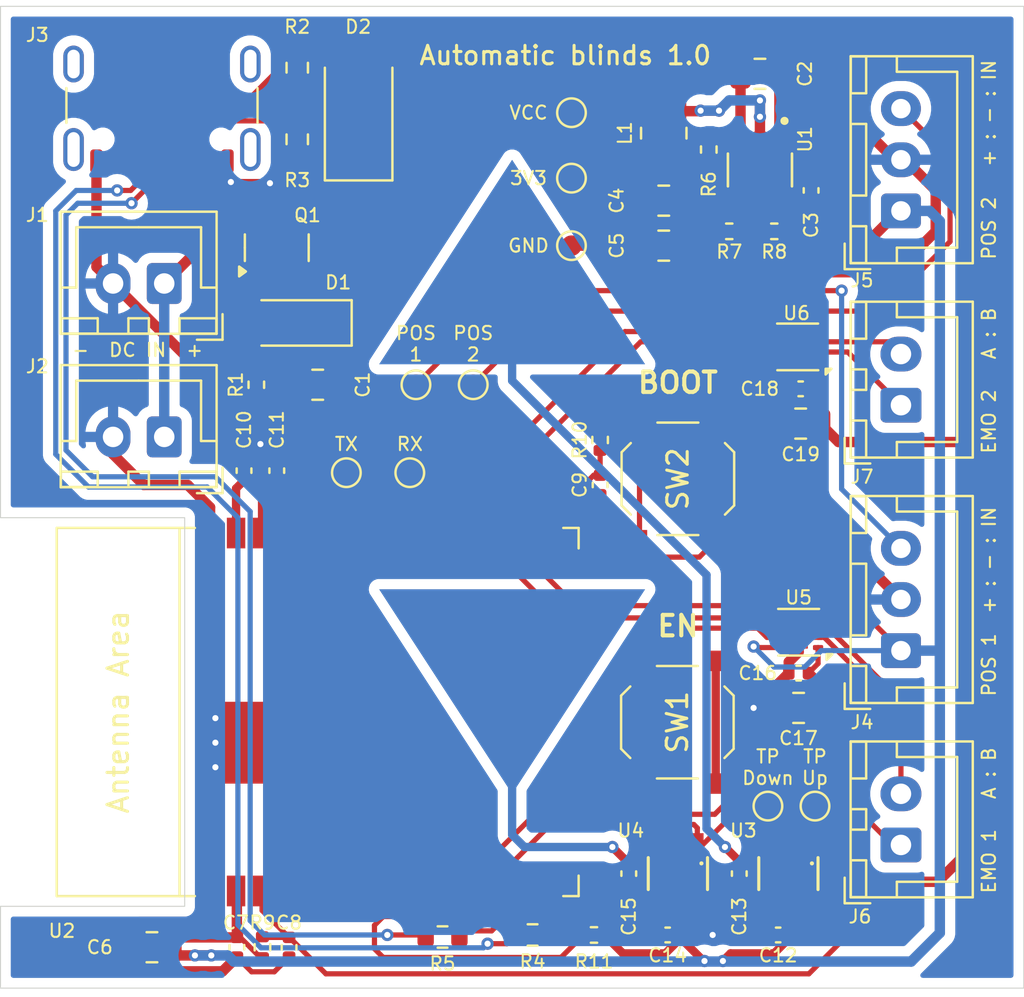
<source format=kicad_pcb>
(kicad_pcb (version 20240108) (generator "pcbnew") (generator_version "8.0")
  (layers (0 "F.Cu" signal) (31 "B.Cu" signal) (34 "B.Paste" user) (35 "F.Paste" user) (36 "B.SilkS" user "B.Silkscreen") (37 "F.SilkS" user "F.Silkscreen") (38 "B.Mask" user) (39 "F.Mask" user) (44 "Edge.Cuts" user))
  (net 0 "")
  (net 1 "GND")
  (net 2 "VCC")
  (net 3 "Net-(U1-VBST)")
  (net 4 "Net-(U1-SW)")
  (net 5 "+3V3")
  (net 6 "EN")
  (net 7 "AD2")
  (net 8 "AD3")
  (net 9 "Net-(U3-I)")
  (net 10 "Net-(U4-I)")
  (net 11 "Net-(D1-A)")
  (net 12 "Net-(D2-A)")
  (net 13 "Net-(J1-Pin_1)")
  (net 16 "Net-(J3-D--PadA7)")
  (net 18 "Net-(J3-CC2)")
  (net 19 "Net-(J3-D+-PadA6)")
  (net 22 "Net-(J3-CC1)")
  (net 24 "Net-(J6-Pin_1)")
  (net 25 "Net-(J6-Pin_2)")
  (net 26 "Net-(J7-Pin_2)")
  (net 27 "Net-(J7-Pin_1)")
  (net 28 "USB D+")
  (net 29 "USB D-")
  (net 30 "Net-(U1-EN)")
  (net 31 "Net-(U1-VFB)")
  (net 32 "Net-(U2-GPIO8)")
  (net 33 "BOOT")
  (net 34 "TX")
  (net 35 "RX")
  (net 36 "IO10")
  (net 39 "IO21")
  (net 40 "IO18")
  (net 41 "IO19")
  (net 45 "IO20")
  (net 48 "IO11")
  (footprint "Connector_USB:USB_C_Receptacle_GCT_USB4105-xx-A_16P_TopMnt_Horizontal" (layer "F.Cu") (at 132.89 93.895 180)
    (property "Reference" "J3")
    (property "Value" "USB_C_small" (hide yes))
  )
  (footprint "Resistor_SMD:R_0402_1005Metric" (layer "F.Cu") (at 160.61 101)
    (property "Reference" "R7")
    (property "Value" "33k")
  )
  (footprint "Capacitor_SMD:C_0402_1005Metric" (layer "F.Cu") (at 157.6 135.4 180)
    (property "Reference" "C14")
    (property "Value" "100nF")
  )
  (footprint "Package_TO_SOT_SMD:SOT-23" (layer "F.Cu") (at 138.5 101.8 90)
    (property "Reference" "Q1")
    (property "Value" "AO3401A" (hide yes))
  )
  (footprint "TestPoint:TestPoint_Pad_D1.0mm" (layer "F.Cu") (at 145 112.8)
    (property "Reference" "TP7" (hide yes))
    (property "Value" "RX")
  )
  (footprint "Connector_JST:JST_XH_B2B-XH-A_1x02_P2.50mm_Vertical" (layer "F.Cu") (at 169 131 90)
    (property "Reference" "J6")
    (property "Value" "Motor 1")
  )
  (footprint "Capacitor_SMD:C_0402_1005Metric" (layer "F.Cu") (at 155.7 132.4 90)
    (property "Reference" "C15")
    (property "Value" "33pF")
  )
  (footprint "Resistor_SMD:R_0603_1608Metric" (layer "F.Cu") (at 139.5 93 -90)
    (property "Reference" "R2")
    (property "Value" "5k1")
  )
  (footprint "ESP32-C6_Covers:SOT23-6" (layer "F.Cu") (at 158.1 132.4 180)
    (property "Reference" "U4")
    (property "Value" "TTP223-BA6")
  )
  (footprint "Capacitor_SMD:C_0402_1005Metric" (layer "F.Cu") (at 154.3 113.4 -90)
    (property "Reference" "C9")
    (property "Value" "100nF")
  )
  (footprint "Inductor_SMD:L_1008_2520Metric" (layer "F.Cu") (at 157.41 96.2 -90)
    (property "Reference" "L1")
    (property "Value" "3.3uH")
  )
  (footprint "Connector_JST:JST_XH_B2B-XH-A_1x02_P2.50mm_Vertical" (layer "F.Cu") (at 133 111.05 180)
    (property "Reference" "J2")
    (property "Value" "DC OUT" (hide yes))
  )
  (footprint "Resistor_SMD:R_0402_1005Metric" (layer "F.Cu") (at 137.5 108.5 -90)
    (property "Reference" "R1")
    (property "Value" "100k" (hide yes))
  )
  (footprint "Button_Switch_SMD:SW_Push_1P1T_XKB_TS-1187A" (layer "F.Cu") (at 158.1 113.1 -90)
    (property "Reference" "SW2")
    (property "Value" "Boot")
  )
  (footprint "Capacitor_SMD:C_0805_2012Metric" (layer "F.Cu") (at 162.11 93.3)
    (property "Reference" "C2")
    (property "Value" "22uF")
  )
  (footprint "Resistor_SMD:R_0603_1608Metric" (layer "F.Cu") (at 151 135.4 180)
    (property "Reference" "R4")
    (property "Value" "22R")
  )
  (footprint "Resistor_SMD:R_0402_1005Metric" (layer "F.Cu") (at 137.8 136 90)
    (property "Reference" "R9")
    (property "Value" "100k")
  )
  (footprint "Capacitor_SMD:C_0805_2012Metric" (layer "F.Cu") (at 132.4 136 180)
    (property "Reference" "C6")
    (property "Value" "10uF")
  )
  (footprint "Capacitor_SMD:C_0402_1005Metric" (layer "F.Cu") (at 164 122.6 180)
    (property "Reference" "C16")
    (property "Value" "100nF")
  )
  (footprint "TestPoint:TestPoint_Pad_D1.0mm" (layer "F.Cu") (at 145.3 108.5)
    (property "Reference" "TP8" (hide yes))
    (property "Value" "Pot 1")
  )
  (footprint "TestPoint:TestPoint_Pad_D1.0mm" (layer "F.Cu") (at 141.9 112.8)
    (property "Reference" "TP6" (hide yes))
    (property "Value" "TX")
  )
  (footprint "Capacitor_SMD:C_0402_1005Metric" (layer "F.Cu") (at 136.55 136 -90)
    (property "Reference" "C7")
    (property "Value" "100nF")
  )
  (footprint "Diode_SMD:D_MiniMELF" (layer "F.Cu") (at 139.5 105.4775 180)
    (property "Reference" "D1")
    (property "Value" "ZMM5V6-M")
  )
  (footprint "TestPoint:TestPoint_Pad_D1.0mm" (layer "F.Cu") (at 152.9 98.4)
    (property "Reference" "TP4" (hide yes))
    (property "Value" "3V3")
  )
  (footprint "TestPoint:TestPoint_Pad_D1.0mm" (layer "F.Cu") (at 148.1 108.5)
    (property "Reference" "TP9" (hide yes))
    (property "Value" "Pot 2")
  )
  (footprint "ESP32-C6_Covers:TI_TPS562209" (layer "F.Cu") (at 162.11 98 -90)
    (property "Reference" "U1")
    (property "Value" "TPS562209")
  )
  (footprint "Resistor_SMD:R_0402_1005Metric" (layer "F.Cu") (at 154.3 111.2 -90)
    (property "Reference" "R10")
    (property "Value" "100k")
  )
  (footprint "Capacitor_SMD:C_0402_1005Metric" (layer "F.Cu") (at 164.61 99 90)
    (property "Reference" "C3")
    (property "Value" "100nF")
  )
  (footprint "Capacitor_SMD:C_0402_1005Metric" (layer "F.Cu") (at 139.1 136 -90)
    (property "Reference" "C8")
    (property "Value" "100nF")
  )
  (footprint "Resistor_SMD:R_0402_1005Metric" (layer "F.Cu") (at 154 135.4)
    (property "Reference" "R11")
    (property "Value" "100k")
  )
  (footprint "Capacitor_SMD:C_0402_1005Metric" (layer "F.Cu") (at 138.5 112.7 -90)
    (property "Reference" "C11")
    (property "Value" "100nF")
  )
  (footprint "Diode_SMD:D_SMA" (layer "F.Cu") (at 142.5 95 90)
    (property "Reference" "D2")
    (property "Value" "SS34")
  )
  (footprint "Connector_JST:JST_XH_B2B-XH-A_1x02_P2.50mm_Vertical" (layer "F.Cu") (at 133 103.55 180)
    (property "Reference" "J1")
    (property "Value" "DC IN" (hide yes))
  )
  (footprint "TestPoint:TestPoint_Pad_D1.0mm" (layer "F.Cu") (at 152.9 95.2)
    (property "Reference" "TP3" (hide yes))
    (property "Value" "VCC")
  )
  (footprint "Capacitor_SMD:C_0402_1005Metric" (layer "F.Cu") (at 136.9 112.7 -90)
    (property "Reference" "C10")
    (property "Value" "100nF")
  )
  (footprint "ESP32-C6_Covers:SOT23-6" (layer "F.Cu") (at 163.5 132.4 180)
    (property "Reference" "U3")
    (property "Value" "TTP223-BA6")
  )
  (footprint "Connector_JST:JST_XH_B3B-XH-A_1x03_P2.50mm_Vertical" (layer "F.Cu") (at 169 121.5 90)
    (property "Reference" "J4")
    (property "Value" "Pot 1")
  )
  (footprint "Connector_JST:JST_XH_B3B-XH-A_1x03_P2.50mm_Vertical" (layer "F.Cu") (at 169 100 90)
    (property "Reference" "J5")
    (property "Value" "Pot 2")
  )
  (footprint "Button_Switch_SMD:SW_Push_1P1T_XKB_TS-1187A" (layer "F.Cu") (at 158.075 125 90)
    (property "Reference" "SW1")
    (property "Value" "Reset")
  )
  (footprint "PCM_Espressif:ESP32-C6-WROOM-1" (layer "F.Cu") (at 143.5 124.5 90)
    (property "Reference" "U2")
    (property "Value" "ESP32-C6-WROOM-1")
  )
  (footprint "Connector_JST:JST_XH_B2B-XH-A_1x02_P2.50mm_Vertical" (layer "F.Cu") (at 169 109.5 90)
    (property "Reference" "J7")
    (property "Value" "Motor 2")
  )
  (footprint "Capacitor_SMD:C_0805_2012Metric" (layer "F.Cu") (at 164.1 110.4)
    (property "Reference" "C19")
    (property "Value" "22uF")
  )
  (footprint "Capacitor_SMD:C_0805_2012Metric" (layer "F.Cu") (at 157.41 101.7 180)
    (property "Reference" "C5")
    (property "Value" "22uF")
  )
  (footprint "TestPoint:TestPoint_Pad_D1.0mm" (layer "F.Cu") (at 162.5 129.1)
    (property "Reference" "TP11" (hide yes))
    (property "Value" "Touch 2")
  )
  (footprint "Resistor_SMD:R_0603_1608Metric" (layer "F.Cu") (at 146.6 135.5 180)
    (property "Reference" "R5")
    (property "Value" "22R")
  )
  (footprint "TestPoint:TestPoint_Pad_D1.0mm" (layer "F.Cu") (at 152.9 101.7)
    (property "Reference" "TP5" (hide yes))
    (property "Value" "GND")
  )
  (footprint "Resistor_SMD:R_0402_1005Metric" (layer "F.Cu") (at 162.81 101)
    (property "Reference" "R8")
    (property "Value" "10k")
  )
  (footprint "Package_SON:WSON-8-1EP_2x2mm_P0.5mm_EP0.9x1.6mm" (layer "F.Cu") (at 164 120.6 180)
    (property "Reference" "U5")
    (property "Value" "DRV8220")
  )
  (footprint "Capacitor_SMD:C_0805_2012Metric" (layer "F.Cu") (at 164 124.3)
    (property "Reference" "C17")
    (property "Value" "22uF")
  )
  (footprint "TestPoint:TestPoint_Pad_D1.0mm" (layer "F.Cu") (at 164.8 129.1)
    (property "Reference" "TP10" (hide yes))
    (property "Value" "Touch 1")
  )
  (footprint "Capacitor_SMD:C_0402_1005Metric" (layer "F.Cu") (at 164.1 108.7 180)
    (property "Reference" "C18")
    (property "Value" "100nF")
  )
  (footprint "Capacitor_SMD:C_0805_2012Metric" (layer "F.Cu") (at 157.41 99.5 180)
    (property "Reference" "C4")
    (property "Value" "22uF")
  )
  (footprint "Capacitor_SMD:C_0805_2012Metric" (layer "F.Cu") (at 140.5 108.5 180)
    (property "Reference" "C1")
    (property "Value" "22uF")
  )
  (footprint "Resistor_SMD:R_0603_1608Metric" (layer "F.Cu") (at 139.5 96.5 -90)
    (property "Reference" "R3")
    (property "Value" "5k1")
  )
  (footprint "Capacitor_SMD:C_0402_1005Metric" (layer "F.Cu") (at 161.1 132.4 90)
    (property "Reference" "C13")
    (property "Value" "33pF")
  )
  (footprint "Capacitor_SMD:C_0402_1005Metric" (layer "F.Cu") (at 163 135.4 180)
    (property "Reference" "C12")
    (property "Value" "100nF")
  )
  (footprint "Package_SON:WSON-8-1EP_2x2mm_P0.5mm_EP0.9x1.6mm" (layer "F.Cu") (at 163.95 106.65 180)
    (property "Reference" "U6")
    (property "Value" "DRV8220")
  )
  (footprint "Resistor_SMD:R_0402_1005Metric" (layer "F.Cu") (at 159.61 97 -90)
    (property "Reference" "R6")
    (property "Value" "100k")
  )
  (footprint "ESP32-C6_Covers:Touch_pad_arrow" (layer "B.Cu") (at 150 128.5)
    (property "Reference" "TP2" (hide yes))
    (property "Value" "Touch 2")
  )
  (footprint "ESP32-C6_Covers:Touch_pad_arrow" (layer "B.Cu") (at 150 97.5 180)
    (property "Reference" "TP1" (hide yes))
    (property "Value" "Touch 1")
  )
  (gr_poly (pts (xy 125 138) (xy 175 138) (xy 175 90) (xy 125 90) (xy 125 115) (xy 134 115) (xy 134 134) (xy 125 134)) (stroke (width 0.05)) (fill none) (layer "Edge.Cuts"))
  (gr_text "TP\nUp" (at 164.8 127.2 0) (layer "F.SilkS") (effects (font (size 0.65 0.65) (thickness 0.1))))
  (gr_text "POS 1  + : - : IN" (at 173.3 119.1 90) (layer "F.SilkS") (effects (font (size 0.65 0.65) (thickness 0.1))))
  (gr_text "BOOT" (at 158.1 108.4 0) (layer "F.SilkS") (effects (font (size 1 1) (thickness 0.2) (bold yes))))
  (gr_text "TX" (at 141.9 111.4 0) (layer "F.SilkS") (effects (font (size 0.65 0.65) (thickness 0.1))))
  (gr_text "Automatic blinds 1.0" (at 152.6 92.4 0) (layer "F.SilkS") (effects (font (size 0.9 0.9))))
  (gr_text "TP\nDown" (at 162.5 127.2 0) (layer "F.SilkS") (effects (font (size 0.65 0.65) (thickness 0.1))))
  (gr_text "EMO 1   A : B" (at 173.3 129.8 90) (layer "F.SilkS") (effects (font (size 0.65 0.65) (thickness 0.1))))
  (gr_text "EMO 2   A : B" (at 173.3 108.3 90) (layer "F.SilkS") (effects (font (size 0.65 0.65) (thickness 0.1))))
  (gr_text "POS\n2" (at 148.1 106.5 0) (layer "F.SilkS") (effects (font (size 0.65 0.65) (thickness 0.1))))
  (gr_text "VCC" (at 150.8 95.2 0) (layer "F.SilkS") (effects (font (size 0.65 0.65) (thickness 0.1))))
  (gr_text "POS\n1" (at 145.3 106.5 0) (layer "F.SilkS") (effects (font (size 0.65 0.65) (thickness 0.1))))
  (gr_text "-  DC IN  +" (at 131.7 106.8 0) (layer "F.SilkS") (effects (font (size 0.65 0.65) (thickness 0.1))))
  (gr_text "POS 2   + : - : IN" (at 173.3 97.5 90) (layer "F.SilkS") (effects (font (size 0.65 0.65) (thickness 0.1))))
  (gr_text "3V3" (at 150.8 98.4 0) (layer "F.SilkS") (effects (font (size 0.65 0.65) (thickness 0.1))))
  (gr_text "EN" (at 158.1 120.3 0) (layer "F.SilkS") (effects (font (size 1 1) (thickness 0.2) (bold yes))))
  (gr_text "RX" (at 145 111.4 0) (layer "F.SilkS") (effects (font (size 0.65 0.65) (thickness 0.1))))
  (gr_text "GND" (at 150.8 101.7 0) (layer "F.SilkS") (effects (font (size 0.65 0.65) (thickness 0.1))))
  (segment (start 163.32 101) (end 164.51 101) (width 0.254) (layer "F.Cu") (net 1))
  (segment (start 163.15 110.4) (end 163.15 113.15) (width 0.508) (layer "F.Cu") (net 1))
  (segment (start 129.69 102.74) (end 130.5 103.55) (width 0.508) (layer "F.Cu") (net 1))
  (segment (start 134.148 113.4) (end 132 113.4) (width 0.508) (layer "F.Cu") (net 1))
  (segment (start 158.1 131.5) (end 158.1 130.996) (width 0.4064) (layer "F.Cu") (net 1))
  (segment (start 163.7 106.9) (end 163.95 107.15) (width 0.254) (layer "F.Cu") (net 1))
  (segment (start 135.96 109.01) (end 137.5 109.01) (width 0.508) (layer "F.Cu") (net 1))
  (segment (start 159.8 135.4) (end 159.05 134.65) (width 0.4064) (layer "F.Cu") (net 1))
  (segment (start 135.24 134.508) (end 134.994 134.754) (width 0.508) (layer "F.Cu") (net 1))
  (segment (start 129.69 97.575) (end 129.69 102.74) (width 0.508) (layer "F.Cu") (net 1))
  (segment (start 157.12 135.4) (end 157.12 133.834) (width 0.4064) (layer "F.Cu") (net 1))
  (segment (start 136.55 136.48) (end 135.851 137.179) (width 0.508) (layer "F.Cu") (net 1))
  (segment (start 159.05 132.85) (end 158.1 131.9) (width 0.4064) (layer "F.Cu") (net 1))
  (segment (start 156.46 101.7) (end 156.46 101.86) (width 0.508) (layer "F.Cu") (net 1))
  (segment (start 163.05 120.85) (end 163.75 120.85) (width 0.254) (layer "F.Cu") (net 1))
  (segment (start 135.851 137.179) (end 131.779 137.179) (width 0.508) (layer "F.Cu") (net 1))
  (segment (start 163.52 122.05) (end 164 121.57) (width 0.508) (layer "F.Cu") (net 1))
  (segment (start 163.52 122.6) (end 163.52 122.05) (width 0.508) (layer "F.Cu") (net 1))
  (segment (start 159.8 135.4) (end 162.52 135.4) (width 0.4064) (layer "F.Cu") (net 1))
  (segment (start 138.38 137.2) (end 137.27 137.2) (width 0.254) (layer "F.Cu") (net 1))
  (segment (start 163.62 108.7) (end 163.62 107.98) (width 0.508) (layer "F.Cu") (net 1))
  (segment (start 163.62 107.98) (end 163.95 107.65) (width 0.508) (layer "F.Cu") (net 1))
  (segment (start 158.1 131.9) (end 158.1 131.5) (width 0.4064) (layer "F.Cu") (net 1))
  (segment (start 140.4 96.425) (end 139.5 97.325) (width 0.254) (layer "F.Cu") (net 1))
  (segment (start 137.5 109.01) (end 139.04 109.01) (width 0.508) (layer "F.Cu") (net 1))
  (segment (start 135.24 127.46) (end 135.24 133.25) (width 0.508) (layer "F.Cu") (net 1))
  (segment (start 137.27 137.2) (end 136.55 136.48) (width 0.254) (layer "F.Cu") (net 1))
  (segment (start 165.31 100.2) (end 165.31 97.7) (width 0.254) (layer "F.Cu") (net 1))
  (segment (start 164 119.1) (end 164 120.1) (width 0.254) (layer "F.Cu") (net 1))
  (segment (start 138.166 98.646) (end 138.179 98.646) (width 0.508) (layer "F.Cu") (net 1))
  (segment (start 164.45 132.85) (end 163.5 131.9) (width 0.4064) (layer "F.Cu") (net 1))
  (segment (start 162.55 133.804) (end 162.55 132.85) (width 0.4064) (layer "F.Cu") (net 1))
  (segment (start 165.31 97.7) (end 164.41 96.8) (width 0.254) (layer "F.Cu") (net 1))
  (segment (start 136.9 112.22) (end 136.9 112.2) (width 0.4064) (layer "F.Cu") (net 1))
  (segment (start 163.95 107.65) (end 163.95 107.15) (width 0.508) (layer "F.Cu") (net 1))
  (segment (start 156.624 133.804) (end 155.7 132.88) (width 0.4064) (layer "F.Cu") (net 1))
  (segment (start 136.256159 98.589841) (end 136.09 98.423682) (width 0.508) (layer "F.Cu") (net 1))
  (segment (start 139.5 93.825) (end 140.4 94.725) (width 0.254) (layer "F.Cu") (net 1))
  (segment (start 163.05 124.3) (end 163.05 123.07) (width 0.508) (layer "F.Cu") (net 1))
  (segment (start 139.04 109.01) (end 139.55 108.5) (width 0.508) (layer "F.Cu") (net 1))
  (segment (start 155.523 116.927) (end 159.148 116.927) (width 0.254) (layer "F.Cu") (net 1))
  (segment (start 135.24 125.06) (end 135.5 124.8) (width 0.508) (layer "F.Cu") (net 1))
  (segment (start 163.05 123.07) (end 163.52 122.6) (width 0.508) (layer "F.Cu") (net 1))
  (segment (start 135.24 115.75) (end 135.24 114.492) (width 0.508) (layer "F.Cu") (net 1))
  (segment (start 157.8 120.4) (end 156.2 122) (width 0.254) (layer "F.Cu") (net 1))
  (segment (start 139.1 136.48) (end 138.38 137.2) (width 0.254) (layer "F.Cu") (net 1))
  (segment (start 170.7 101) (end 170.7 99) (width 0.508) (layer "F.Cu") (net 1))
  (segment (start 131.846 134.754) (end 131.45 135.15) (width 0.508) (layer "F.Cu") (net 1))
  (segment (start 168.7 103) (end 170.7 101) (width 0.508) (layer "F.Cu") (net 1))
  (segment (start 163 106.9) (end 163.7 106.9) (width 0.254) (layer "F.Cu") (net 1))
  (segment (start 134.994 134.754) (end 131.846 134.754) (width 0.508) (layer "F.Cu") (net 1))
  (segment (start 156.46 99.5) (end 156.46 101.7) (width 0.508) (layer "F.Cu") (net 1))
  (segment (start 135.24 133.25) (end 135.24 134.508) (width 0.508) (layer "F.Cu") (net 1))
  (segment (start 163.06 93.3) (end 164.5 93.3) (width 0.508) (layer "F.Cu") (net 1))
  (segment (start 138.5 112.2) (end 137.7 111.4) (width 0.4064) (layer "F.Cu") (net 1))
  (segment (start 131.45 136.85) (end 131.45 136) (width 0.508) (layer "F.Cu") (net 1))
  (segment (start 138.179 98.646) (end 139.5 97.325) (width 0.508) (layer "F.Cu") (net 1))
  (segment (start 164.41 96.8) (end 163.105 96.8) (width 0.254) (layer "F.Cu") (net 1))
  (segment (start 136.9 112.2) (end 137.7 111.4) (width 0.4064) (layer "F.Cu") (net 1))
  (segment (start 163.05 124.3) (end 161.8 124.3) (width 0.508) (layer "F.Cu") (net 1))
  (segment (start 130.5 103.55) (end 135.96 109.01) (width 0.508) (layer "F.Cu") (net 1))
  (segment (start 162.55 133.804) (end 162.024 133.804) (width 0.4064) (layer "F.Cu") (net 1))
  (segment (start 131.779 137.179) (end 131.45 136.85) (width 0.508) (layer "F.Cu") (net 1))
  (segment (start 164.9 105.9) (end 164.2 105.9) (width 0.254) (layer "F.Cu") (net 1))
  (segment (start 136.09 98.423682) (end 136.09 97.575) (width 0.508) (layer "F.Cu") (net 1))
  (segment (start 157.12 133.834) (end 157.15 133.804) (width 0.4064) (layer "F.Cu") (net 1))
  (segment (start 168.7 97.5) (end 169 97.5) (width 0.508) (layer "F.Cu") (net 1))
  (segment (start 135.24 126.94) (end 135.5 127.2) (width 0.508) (layer "F.Cu") (net 1))
  (segment (start 135.24 124.54) (end 135.24 115.75) (width 0.508) (layer "F.Cu") (net 1))
  (segment (start 161 116.1) (end 164 119.1) (width 0.254) (layer "F.Cu") (net 1))
  (segment (start 157.6 103) (end 168.7 103) (width 0.508) (layer "F.Cu") (net 1))
  (segment (start 163.06 93.3) (end 163.06 96.845) (width 0.508) (layer "F.Cu") (net 1))
  (segment (start 138.12 98.692) (end 136.358318 98.692) (width 0.508) (layer "F.Cu") (net 1))
  (segment (start 156.2 128) (end 156.2 122) (width 0.4064) (layer "F.Cu") (net 1))
  (segment (start 157.15 133.804) (end 157.15 132.85) (width 0.4064) (layer "F.Cu") (net 1))
  (segment (start 164 121.57) (end 164 121.1) (width 0.508) (layer "F.Cu") (net 1))
  (segment (start 163.05 120.85) (end 162.45 120.85) (width 0.254) (layer "F.Cu") (net 1))
  (segment (start 138.5 112.22) (end 138.5 112.2) (width 0.4064) (layer "F.Cu") (net 1))
  (segment (start 136.358318 98.692) (end 136.256159 98.589841) (width 0.508) (layer "F.Cu") (net 1))
  (segment (start 162.52 133.834) (end 162.55 133.804) (width 0.4064) (layer "F.Cu") (net 1))
  (segment (start 163.15 110.4) (end 163.15 109.17) (width 0.508) (layer "F.Cu") (net 1))
  (segment (start 135.24 114.492) (end 134.148 113.4) (width 0.508) (layer "F.Cu") (net 1))
  (segment (start 162.52 135.4) (end 162.52 133.834) (width 0.4064) (layer "F.Cu") (net 1))
  (segment (start 135.5 126) (end 135.24 126.26) (width 0.508) (layer "F.Cu") (net 1))
  (segment (start 163.105 96.8) (end 163.06 96.845) (width 0.254) (layer "F.Cu") (net 1))
  (segment (start 162.55 132.85) (end 163.5 131.9) (width 0.4064) (layer "F.Cu") (net 1))
  (segment (start 159.05 134.65) (end 159.05 133.804) (width 0.4064) (layer "F.Cu") (net 1))
  (segment (start 164.25 119.85) (end 164 120.1) (width 0.254) (layer "F.Cu") (net 1))
  (segment (start 157.15 132.85) (end 158.1 131.9) (width 0.4064) (layer "F.Cu") (net 1))
  (segment (start 170.7 99) (end 169.2 97.5) (width 0.508) (layer "F.Cu") (net 1))
  (segment (start 164.95 119.85) (end 164.25 119.85) (width 0.254) (layer "F.Cu") (net 1))
  (segment (start 163.15 109.17) (end 163.62 108.7) (width 0.508) (layer "F.Cu") (net 1))
  (segment (start 132 113.4) (end 130.5 111.9) (width 0.508) (layer "F.Cu") (net 1))
  (segment (start 162 120.4) (end 157.8 120.4) (width 0.254) (layer "F.Cu") (net 1))
  (segment (start 163.75 120.85) (end 164 121.1) (width 0.254) (layer "F.Cu") (net 1))
  (segment (start 135.5 124.8) (end 135.24 124.54) (width 0.508) (layer "F.Cu") (net 1))
  (segment (start 135.5 126) (end 135.24 125.74) (width 0.508) (layer "F.Cu") (net 1))
  (segment (start 164.5 93.3) (end 168.7 97.5) (width 0.508) (layer "F.Cu") (net 1))
  (segment (start 159.975 110.1) (end 159.975 116.1) (width 0.254) (layer "F.Cu") (net 1))
  (segment (start 162.45 120.85) (end 162 120.4) (width 0.254) (layer "F.Cu") (net 1))
  (segment (start 163.15 113.15) (end 169 119) (width 0.508) (layer "F.Cu") (net 1))
  (segment (start 140.4 94.725) (end 140.4 96.425) (width 0.254) (layer "F.Cu") (net 1))
  (segment (start 157.15 133.804) (end 156.624 133.804) (width 0.4064) (layer "F.Cu") (net 1))
  (segment (start 169.2 97.5) (end 169 97.5) (width 0.508) (layer "F.Cu") (net 1))
  (segment (start 156.46 101.7) (end 152.9 101.7) (width 0.508) (layer "F.Cu") (net 1))
  (segment (start 154.3 115.704) (end 155.523 116.927) (width 0.254) (layer "F.Cu") (net 1))
  (segment (start 163.5 131.9) (end 163.5 131.5) (width 0.4064) (layer "F.Cu") (net 1))
  (segment (start 159.975 116.1) (end 161 116.1) (width 0.254) (layer "F.Cu") (net 1))
  (segment (start 130.5 111.9) (end 130.5 111.05) (width 0.508) (layer "F.Cu") (net 1))
  (segment (start 164.2 105.9) (end 163.95 106.15) (width 0.254) (layer "F.Cu") (net 1))
  (segment (start 154.3 113.88) (end 154.3 115.704) (width 0.254) (layer "F.Cu") (net 1))
  (segment (start 164.45 133.804) (end 164.45 132.85) (width 0.4064) (layer "F.Cu") (net 1))
  (segment (start 159.148 116.927) (end 159.975 116.1) (width 0.254) (layer "F.Cu") (net 1))
  (segment (start 135.5 127.2) (end 135.24 127.46) (width 0.508) (layer "F.Cu") (net 1))
  (segment (start 138.166 98.646) (end 138.12 98.692) (width 0.508) (layer "F.Cu") (net 1))
  (segment (start 164.51 101) (end 165.31 100.2) (width 0.254) (layer "F.Cu") (net 1))
  (segment (start 156.46 101.86) (end 157.6 103) (width 0.508) (layer "F.Cu") (net 1))
  (segment (start 131.45 135.15) (end 131.45 136) (width 0.508) (layer "F.Cu") (net 1))
  (segment (start 162.024 133.804) (end 161.1 132.88) (width 0.4064) (layer "F.Cu") (net 1))
  (segment (start 135.24 126.26) (end 135.24 126.94) (width 0.508) (layer "F.Cu") (net 1))
  (segment (start 135.24 125.74) (end 135.24 125.06) (width 0.508) (layer "F.Cu") (net 1))
  (segment (start 163.5 131.5) (end 163.5 130.996) (width 0.4064) (layer "F.Cu") (net 1))
  (segment (start 159.05 133.804) (end 159.05 132.85) (width 0.4064) (layer "F.Cu") (net 1))
  (via (at 135.5 124.8) (size 0.6) (drill 0.3) (layers "F.Cu" "B.Cu") (net 1))
  (via (at 135.5 126) (size 0.6) (drill 0.3) (layers "F.Cu" "B.Cu") (net 1))
  (via (at 138.166 98.646) (size 0.6) (drill 0.3) (layers "F.Cu" "B.Cu") (net 1))
  (via (at 137.7 111.4) (size 0.6) (drill 0.3) (layers "F.Cu" "B.Cu") (net 1))
  (via (at 159.8 135.4) (size 0.6) (drill 0.3) (layers "F.Cu" "B.Cu") (net 1))
  (via (at 135.5 127.2) (size 0.6) (drill 0.3) (layers "F.Cu" "B.Cu") (net 1))
  (via (at 136.256159 98.589841) (size 0.6) (drill 0.3) (layers "F.Cu" "B.Cu") (net 1))
  (via (at 161.8 124.3) (size 0.6) (drill 0.3) (layers "F.Cu" "B.Cu") (net 1))
  (segment (start 166.719 131.819) (end 167.7 132.8) (width 0.508) (layer "F.Cu") (net 2))
  (segment (start 139.45 102.7375) (end 139.45 103.6775) (width 0.508) (layer "F.Cu") (net 2))
  (segment (start 141.45 108.5) (end 141.45 105.6775) (width 0.508) (layer "F.Cu") (net 2))
  (segment (start 164.95 121.35) (end 164.95 122.13) (width 0.254) (layer "F.Cu") (net 2))
  (segment (start 167.7 132.8) (end 170.8 132.8) (width 0.508) (layer "F.Cu") (net 2))
  (segment (start 165.95 111.3) (end 172.2 111.3) (width 0.508) (layer "F.Cu") (net 2))
  (segment (start 165.05 110.4) (end 165.95 111.3) (width 0.508) (layer "F.Cu") (net 2))
  (segment (start 166.719 126.069) (end 166.719 131.819) (width 0.508) (layer "F.Cu") (net 2))
  (segment (start 164.95 122.13) (end 164.48 122.6) (width 0.254) (layer "F.Cu") (net 2))
  (segment (start 164.9 108.38) (end 164.58 108.7) (width 0.254) (layer "F.Cu") (net 2))
  (segment (start 162.66 91.8) (end 161.16 93.3) (width 0.508) (layer "F.Cu") (net 2))
  (segment (start 142.5 97.25) (end 142.5 97) (width 0.508) (layer "F.Cu") (net 2))
  (segment (start 164.95 124.3) (end 166.719 126.069) (width 0.508) (layer "F.Cu") (net 2))
  (segment (start 172.2 94.6) (end 169.4 91.8) (width 0.508) (layer "F.Cu") (net 2))
  (segment (start 139.45 100.3) (end 142.5 97.25) (width 0.508) (layer "F.Cu") (net 2))
  (segment (start 170.8 132.8) (end 172.2 131.4) (width 0.508) (layer "F.Cu") (net 2))
  (segment (start 172.2 131.4) (end 172.2 94.6) (width 0.508) (layer "F.Cu") (net 2))
  (segment (start 161.16 93.3) (end 152.9 93.3) (width 0.508) (layer "F.Cu") (net 2))
  (segment (start 169.4 91.8) (end 162.66 91.8) (width 0.508) (layer "F.Cu") (net 2))
  (segment (start 159.72 96.6) (end 160.915 96.6) (width 0.254) (layer "F.Cu") (net 2))
  (segment (start 161.16 93.3) (end 161.16 96.845) (width 0.508) (layer "F.Cu") (net 2))
  (segment (start 146.2 93.3) (end 142.5 97) (width 0.508) (layer "F.Cu") (net 2))
  (segment (start 152.9 93.3) (end 152.9 95.2) (width 0.508) (layer "F.Cu") (net 2))
  (segment (start 141.45 105.6775) (end 141.25 105.4775) (width 0.508) (layer "F.Cu") (net 2))
  (segment (start 164.95 124.3) (end 164.95 123.07) (width 0.508) (layer "F.Cu") (net 2))
  (segment (start 164.9 107.4) (end 164.9 108.38) (width 0.254) (layer "F.Cu") (net 2))
  (segment (start 139.45 102.7375) (end 139.45 100.3) (width 0.508) (layer "F.Cu") (net 2))
  (segment (start 165.05 110.4) (end 165.05 109.17) (width 0.508) (layer "F.Cu") (net 2))
  (segment (start 165.05 109.17) (end 164.58 108.7) (width 0.508) (layer "F.Cu") (net 2))
  (segment (start 139.45 103.6775) (end 141.25 105.4775) (width 0.508) (layer "F.Cu") (net 2))
  (segment (start 160.915 96.6) (end 161.16 96.845) (width 0.254) (layer "F.Cu") (net 2))
  (segment (start 164.95 123.07) (end 164.48 122.6) (width 0.508) (layer "F.Cu") (net 2))
  (segment (start 152.9 93.3) (end 146.2 93.3) (width 0.508) (layer "F.Cu") (net 2))
  (segment (start 159.61 96.49) (end 159.72 96.6) (width 0.254) (layer "F.Cu") (net 2))
  (segment (start 164.53 99.4) (end 163.305 99.4) (width 0.254) (layer "F.Cu") (net 3))
  (segment (start 164.61 99.48) (end 164.53 99.4) (width 0.254) (layer "F.Cu") (net 3))
  (segment (start 163.305 99.4) (end 163.06 99.155) (width 0.254) (layer "F.Cu") (net 3))
  (segment (start 162.11 94.6) (end 162.11 95.4) (width 0.508) (layer "F.Cu") (net 4))
  (segment (start 160.11 95.1) (end 159.21 95.1) (width 0.508) (layer "F.Cu") (net 4))
  (segment (start 162.11 96.845) (end 162.11 95.4) (width 0.508) (layer "F.Cu") (net 4))
  (segment (start 162.71 98) (end 162.11 97.4) (width 0.254) (layer "F.Cu") (net 4))
  (segment (start 157.41 95.125) (end 159.185 95.125) (width 0.508) (layer "F.Cu") (net 4))
  (segment (start 159.185 95.125) (end 159.21 95.1) (width 0.508) (layer "F.Cu") (net 4))
  (segment (start 164.09 98) (end 164.61 98.52) (width 0.254) (layer "F.Cu") (net 4))
  (segment (start 162.11 97.4) (end 162.11 96.845) (width 0.254) (layer "F.Cu") (net 4))
  (segment (start 162.71 98) (end 164.09 98) (width 0.254) (layer "F.Cu") (net 4))
  (via (at 159.21 95.1) (size 0.6) (drill 0.3) (layers "F.Cu" "B.Cu") (net 4))
  (via (at 162.11 94.6) (size 0.6) (drill 0.3) (layers "F.Cu" "B.Cu") (net 4))
  (via (at 160.11 95.1) (size 0.6) (drill 0.3) (layers "F.Cu" "B.Cu") (net 4))
  (via (at 162.11 95.4) (size 0.6) (drill 0.3) (layers "F.Cu" "B.Cu") (net 4))
  (segment (start 160.61 94.6) (end 160.11 95.1) (width 0.508) (layer "B.Cu") (net 4))
  (segment (start 160.11 95.1) (end 159.21 95.1) (width 0.508) (layer "B.Cu") (net 4))
  (segment (start 162.11 94.6) (end 160.61 94.6) (width 0.508) (layer "B.Cu") (net 4))
  (segment (start 162.11 95.4) (end 162.11 94.6) (width 0.508) (layer "B.Cu") (net 4))
  (segment (start 162.8 136.3) (end 163.48 135.62) (width 0.4064) (layer "F.Cu") (net 5))
  (segment (start 163 108) (end 162.2 108.8) (width 0.254) (layer "F.Cu") (net 5))
  (segment (start 154.025 97.275) (end 152.9 98.4) (width 0.508) (layer "F.Cu") (net 5))
  (segment (start 159.353 136.673) (end 158.08 135.4) (width 0.4064) (layer "F.Cu") (net 5))
  (segment (start 163.48 135.62) (end 163.48 135.4) (width 0.4064) (layer "F.Cu") (net 5))
  (segment (start 158.08 135.4) (end 158.08 133.824) (width 0.4064) (layer "F.Cu") (net 5))
  (segment (start 160.3 136.673) (end 160.273 136.7) (width 0.4064) (layer "F.Cu") (net 5))
  (segment (start 158.08 135.709999) (end 157.489999 136.3) (width 0.4064) (layer "F.Cu") (net 5))
  (segment (start 160.3 136.673) (end 160.673 136.3) (width 0.4064) (layer "F.Cu") (net 5))
  (segment (start 159.4 136.673) (end 159.353 136.673) (width 0.4064) (layer "F.Cu") (net 5))
  (segment (start 159.427 136.7) (end 159.4 136.673) (width 0.4064) (layer "F.Cu") (net 5))
  (segment (start 136.55 133.29) (end 136.51 133.25) (width 0.508) (layer "F.Cu") (net 5))
  (segment (start 158.08 135.4) (end 158.08 135.709999) (width 0.4064) (layer "F.Cu") (net 5))
  (segment (start 157.41 98.3) (end 157.41 97.275) (width 0.508) (layer "F.Cu") (net 5))
  (segment (start 161.85 121.35) (end 161.8 121.3) (width 0.254) (layer "F.Cu") (net 5))
  (segment (start 158.36 99.5) (end 158.36 101.7) (width 0.508) (layer "F.Cu") (net 5))
  (segment (start 160.1 101) (end 160.1 100.4) (width 0.254) (layer "F.Cu") (net 5))
  (segment (start 136.55 135.52) (end 136.55 133.29) (width 0.508) (layer "F.Cu") (net 5))
  (segment (start 163.05 121.35) (end 161.85 121.35) (width 0.254) (layer "F.Cu") (net 5))
  (segment (start 136.55 135.52) (end 133.83 135.52) (width 0.508) (layer "F.Cu") (net 5))
  (segment (start 135.3 136.4) (end 134.5 136.4) (width 0.508) (layer "F.Cu") (net 5))
  (segment (start 158.08 133.824) (end 158.1 133.804) (width 0.4064) (layer "F.Cu") (net 5))
  (segment (start 158.36 101.7) (end 158.66 102) (width 0.508) (layer "F.Cu") (net 5))
  (segment (start 158.66 102) (end 166.9 102) (width 0.508) (layer "F.Cu") (net 5))
  (segment (start 137.8 136.51) (end 137.705 136.51) (width 0.254) (layer "F.Cu") (net 5))
  (segment (start 160.673 136.3) (end 162.8 136.3) (width 0.4064) (layer "F.Cu") (net 5))
  (segment (start 163.48 135.4) (end 163.48 133.824) (width 0.4064) (layer "F.Cu") (net 5))
  (segment (start 160.1 100.4) (end 159.2 99.5) (width 0.254) (layer "F.Cu") (net 5))
  (segment (start 157.41 97.275) (end 154.025 97.275) (width 0.508) (layer "F.Cu") (net 5))
  (segment (start 157.5 107.4) (end 163 107.4) (width 0.254) (layer "F.Cu") (net 5))
  (segment (start 158.36 99.5) (end 158.36 99.25) (width 0.508) (layer "F.Cu") (net 5))
  (segment (start 162.2 108.8) (end 162.2 114.7) (width 0.254) (layer "F.Cu") (net 5))
  (segment (start 134.5 136.4) (end 133.75 136.4) (width 0.508) (layer "F.Cu") (net 5))
  (segment (start 168.9 100) (end 169 100) (width 0.508) (layer "F.Cu") (net 5))
  (segment (start 155.41 136.3) (end 154.51 135.4) (width 0.4064) (layer "F.Cu") (net 5))
  (segment (start 137.705 136.51) (end 136.715 135.52) (width 0.254) (layer "F.Cu") (net 5))
  (segment (start 154.3 110.69) (end 154.3 110.6) (width 0.254) (layer "F.Cu") (net 5))
  (segment (start 133.75 136.4) (end 133.35 136) (width 0.508) (layer "F.Cu") (net 5))
  (segment (start 166.9 102) (end 168.9 100) (width 0.508) (layer "F.Cu") (net 5))
  (segment (start 154.3 110.6) (end 157.5 107.4) (width 0.254) (layer "F.Cu") (net 5))
  (segment (start 162.2 114.7) (end 169 121.5) (width 0.254) (layer "F.Cu") (net 5))
  (segment (start 163.48 133.824) (end 163.5 133.804) (width 0.4064) (layer "F.Cu") (net 5))
  (segment (start 157.489999 136.3) (end 155.41 136.3) (width 0.4064) (layer "F.Cu") (net 5))
  (segment (start 163 107.4) (end 163 108) (width 0.254) (layer "F.Cu") (net 5))
  (segment (start 159.2 99.5) (end 158.36 99.5) (width 0.254) (layer "F.Cu") (net 5))
  (segment (start 160.273 136.7) (end 159.427 136.7) (width 0.4064) (layer "F.Cu") (net 5))
  (segment (start 133.83 135.52) (end 133.35 136) (width 0.508) (layer "F.Cu") (net 5))
  (segment (start 136.715 135.52) (end 136.55 135.52) (width 0.254) (layer "F.Cu") (net 5))
  (segment (start 158.36 99.25) (end 157.41 98.3) (width 0.508) (layer "F.Cu") (net 5))
  (via (at 134.5 136.4) (size 0.6) (drill 0.3) (layers "F.Cu" "B.Cu") (net 5))
  (via (at 161.8 121.3) (size 0.6) (drill 0.3) (layers "F.Cu" "B.Cu") (net 5))
  (via (at 159.4 136.673) (size 0.6) (drill 0.3) (layers "F.Cu" "B.Cu") (net 5))
  (via (at 135.3 136.4) (size 0.6) (drill 0.3) (layers "F.Cu" "B.Cu") (net 5))
  (via (at 160.3 136.673) (size 0.6) (drill 0.3) (layers "F.Cu" "B.Cu") (net 5))
  (segment (start 169 100) (end 170.4 100) (width 0.508) (layer "B.Cu") (net 5))
  (segment (start 164.3 122.3) (end 165.1 121.5) (width 0.254) (layer "B.Cu") (net 5))
  (segment (start 162.8 122.3) (end 164.3 122.3) (width 0.254) (layer "B.Cu") (net 5))
  (segment (start 136.4 136.7) (end 136.1 136.4) (width 0.508) (layer "B.Cu") (net 5))
  (segment (start 169.5 136.7) (end 136.4 136.7) (width 0.508) (layer "B.Cu") (net 5))
  (segment (start 165.1 121.5) (end 169 121.5) (width 0.254) (layer "B.Cu") (net 5))
  (segment (start 170.9 121.5) (end 169 121.5) (width 0.508) (layer "B.Cu") (net 5))
  (segment (start 170.9 135.3) (end 169.5 136.7) (width 0.508) (layer "B.Cu") (net 5))
  (segment (start 170.9 100.5) (end 170.9 135.3) (width 0.508) (layer "B.Cu") (net 5))
  (segment (start 170.4 100) (end 170.9 100.5) (width 0.508) (layer "B.Cu") (net 5))
  (segment (start 161.8 121.3) (end 162.8 122.3) (width 0.254) (layer "B.Cu") (net 5))
  (segment (start 136.1 136.4) (end 135.3 136.4) (width 0.508) (layer "B.Cu") (net 5))
  (segment (start 134.5 136.4) (end 135.3 136.4) (width 0.508) (layer "B.Cu") (net 5))
  (segment (start 166 135.8) (end 166 128.5) (width 0.254) (layer "F.Cu") (net 6))
  (segment (start 159.95 122) (end 159.95 128) (width 0.4064) (layer "F.Cu") (net 6))
  (segment (start 139.12 135.52) (end 140.9 137.3) (width 0.254) (layer "F.Cu") (net 6))
  (segment (start 160.65 127.3) (end 159.95 128) (width 0.254) (layer "F.Cu") (net 6))
  (segment (start 164.8 127.3) (end 160.65 127.3) (width 0.254) (layer "F.Cu") (net 6))
  (segment (start 166 128.5) (end 164.8 127.3) (width 0.254) (layer "F.Cu") (net 6))
  (segment (start 137.78 134.2) (end 137.78 133.25) (width 0.254) (layer "F.Cu") (net 6))
  (segment (start 139.1 135.52) (end 137.78 134.2) (width 0.254) (layer "F.Cu") (net 6))
  (segment (start 164.5 137.3) (end 166 135.8) (width 0.254) (layer "F.Cu") (net 6))
  (segment (start 139.1 135.52) (end 137.83 135.52) (width 0.254) (layer "F.Cu") (net 6))
  (segment (start 139.1 135.52) (end 139.12 135.52) (width 0.254) (layer "F.Cu") (net 6))
  (segment (start 140.9 137.3) (end 164.5 137.3) (width 0.254) (layer "F.Cu") (net 6))
  (segment (start 137.83 135.52) (end 137.8 135.49) (width 0.254) (layer "F.Cu") (net 6))
  (segment (start 136.1 110.9) (end 136.1 112.5) (width 0.254) (layer "F.Cu") (net 7))
  (segment (start 143.4 110.4) (end 136.6 110.4) (width 0.254) (layer "F.Cu") (net 7))
  (segment (start 136.51 115.75) (end 136.51 113.57) (width 0.4064) (layer "F.Cu") (net 7))
  (segment (start 149.9 103.9) (end 145.3 108.5) (width 0.254) (layer "F.Cu") (net 7))
  (segment (start 136.1 112.5) (end 136.78 113.18) (width 0.254) (layer "F.Cu") (net 7))
  (segment (start 136.78 113.18) (end 136.9 113.18) (width 0.254) (layer "F.Cu") (net 7))
  (segment (start 145.3 108.5) (end 143.4 110.4) (width 0.254) (layer "F.Cu") (net 7))
  (segment (start 136.51 113.57) (end 136.9 113.18) (width 0.4064) (layer "F.Cu") (net 7))
  (segment (start 166.1 103.9) (end 149.9 103.9) (width 0.254) (layer "F.Cu") (net 7))
  (segment (start 136.6 110.4) (end 136.1 110.9) (width 0.254) (layer "F.Cu") (net 7))
  (via (at 166.1 103.9) (size 0.6) (drill 0.3) (layers "F.Cu" "B.Cu") (net 7))
  (segment (start 166.1 103.9) (end 166.1 113.6) (width 0.254) (layer "B.Cu") (net 7))
  (segment (start 166.1 113.6) (end 169 116.5) (width 0.254) (layer "B.Cu") (net 7))
  (segment (start 137.78 113.9) (end 138.5 113.18) (width 0.4064) (layer "F.Cu") (net 8))
  (segment (start 145.5 111.1) (end 140.6 111.1) (width 0.254) (layer "F.Cu") (net 8))
  (segment (start 140.6 111.1) (end 138.52 113.18) (width 0.254) (layer "F.Cu") (net 8))
  (segment (start 168 104.9) (end 151.7 104.9) (width 0.254) (layer "F.Cu") (net 8))
  (segment (start 151.7 104.9) (end 148.1 108.5) (width 0.254) (layer "F.Cu") (net 8))
  (segment (start 137.78 115.75) (end 137.78 113.9) (width 0.4064) (layer "F.Cu") (net 8))
  (segment (start 171.4 97.4) (end 171.4 101.5) (width 0.254) (layer "F.Cu") (net 8))
  (segment (start 171.4 101.5) (end 168 104.9) (width 0.254) (layer "F.Cu") (net 8))
  (segment (start 169 95) (end 171.4 97.4) (width 0.254) (layer "F.Cu") (net 8))
  (segment (start 148.1 108.5) (end 145.5 111.1) (width 0.254) (layer "F.Cu") (net 8))
  (segment (start 138.52 113.18) (end 138.5 113.18) (width 0.254) (layer "F.Cu") (net 8))
  (segment (start 161.1 131.92) (end 161.1 131.8) (width 0.4064) (layer "F.Cu") (net 9))
  (segment (start 162.024 130.996) (end 161.1 131.92) (width 0.4064) (layer "F.Cu") (net 9))
  (segment (start 161.1 131.8) (end 160.4 131.1) (width 0.4064) (layer "F.Cu") (net 9))
  (segment (start 162.55 130.996) (end 162.024 130.996) (width 0.4064) (layer "F.Cu") (net 9))
  (via (at 160.4 131.1) (size 0.6) (drill 0.3) (layers "F.Cu" "B.Cu") (net 9))
  (segment (start 150 108.3) (end 150 102.5) (width 0.4064) (layer "B.Cu") (net 9))
  (segment (start 159.5 130.2) (end 159.5 117.8) (width 0.4064) (layer "B.Cu") (net 9))
  (segment (start 160.4 131.1) (end 159.5 130.2) (width 0.4064) (layer "B.Cu") (net 9))
  (segment (start 159.5 117.8) (end 150 108.3) (width 0.4064) (layer "B.Cu") (net 9))
  (segment (start 155.7 131.92) (end 155.7 131.9) (width 0.4064) (layer "F.Cu") (net 10))
  (segment (start 155.7 131.9) (end 154.9 131.1) (width 0.4064) (layer "F.Cu") (net 10))
  (segment (start 156.624 130.996) (end 155.7 131.92) (width 0.4064) (layer "F.Cu") (net 10))
  (segment (start 157.15 130.996) (end 156.624 130.996) (width 0.4064) (layer "F.Cu") (net 10))
  (via (at 154.9 131.1) (size 0.6) (drill 0.3) (layers "F.Cu" "B.Cu") (net 10))
  (segment (start 150.6 131.1) (end 150 130.5) (width 0.4064) (layer "B.Cu") (net 10))
  (segment (start 154.9 131.1) (end 150.6 131.1) (width 0.4064) (layer "B.Cu") (net 10))
  (segment (start 150 130.5) (end 150 123.5) (width 0.4064) (layer "B.Cu") (net 10))
  (segment (start 137.55 105.2775) (end 137.75 105.4775) (width 0.508) (layer "F.Cu") (net 11))
  (segment (start 137.5 105.7275) (end 137.75 105.4775) (width 0.508) (layer "F.Cu") (net 11))
  (segment (start 137.55 102.7375) (end 137.55 105.2775) (width 0.508) (layer "F.Cu") (net 11))
  (segment (start 137.5 107.99) (end 137.5 105.7275) (width 0.508) (layer "F.Cu") (net 11))
  (segment (start 130.663 96.764354) (end 130.663 97.402) (width 0.254) (layer "F.Cu") (net 12))
  (segment (start 140.66 91.16) (end 142.5 93) (width 0.508) (layer "F.Cu") (net 12))
  (segment (start 131.14775 96.1) (end 136.08775 91.16) (width 0.508) (layer "F.Cu") (net 12))
  (segment (start 141 97.230438) (end 141 94.5) (width 0.508) (layer "F.Cu") (net 12))
  (segment (start 138.830438 99.4) (end 141 97.230438) (width 0.508) (layer "F.Cu") (net 12))
  (segment (start 130.663 97.402) (end 130.49 97.575) (width 0.254) (layer "F.Cu") (net 12))
  (segment (start 141 94.5) (end 142.5 93) (width 0.508) (layer "F.Cu") (net 12))
  (segment (start 131.1 96.327354) (end 130.663 96.764354) (width 0.254) (layer "F.Cu") (net 12))
  (segment (start 135.29 98.69) (end 136 99.4) (width 0.508) (layer "F.Cu") (net 12))
  (segment (start 135.29 97.575) (end 135.29 98.69) (width 0.508) (layer "F.Cu") (net 12))
  (segment (start 136 99.4) (end 138.830438 99.4) (width 0.508) (layer "F.Cu") (net 12))
  (segment (start 136.08775 91.16) (end 140.66 91.16) (width 0.508) (layer "F.Cu") (net 12))
  (segment (start 135.6875 100.8625) (end 138.5 100.8625) (width 0.508) (layer "F.Cu") (net 13))
  (segment (start 133 103.55) (end 135.6875 100.8625) (width 0.508) (layer "F.Cu") (net 13))
  (segment (start 133 111.05) (end 133 103.55) (width 0.508) (layer "B.Cu") (net 13))
  (segment (start 132.919408 98.5) (end 132.64 98.220592) (width 0.254) (layer "F.Cu") (net 16))
  (segment (start 143.9 135.4) (end 145.675 135.4) (width 0.254) (layer "F.Cu") (net 16))
  (segment (start 132.64 98.387338) (end 131.401685 99.625653) (width 0.254) (layer "F.Cu") (net 16))
  (segment (start 145.675 135.4) (end 145.775 135.5) (width 0.254) (layer "F.Cu") (net 16))
  (segment (start 133.360592 98.5) (end 132.919408 98.5) (width 0.254) (layer "F.Cu") (net 16))
  (segment (start 133.64 97.575) (end 133.64 98.220592) (width 0.254) (layer "F.Cu") (net 16))
  (segment (start 132.64 98.220592) (end 132.64 97.575) (width 0.254) (layer "F.Cu") (net 16))
  (segment (start 133.64 98.220592) (end 133.360592 98.5) (width 0.254) (layer "F.Cu") (net 16))
  (segment (start 132.64 98.220592) (end 132.64 98.387338) (width 0.254) (layer "F.Cu") (net 16))
  (via (at 143.9 135.4) (size 0.6) (drill 0.3) (layers "F.Cu" "B.Cu") (net 16))
  (via (at 131.401685 99.625653) (size 0.6) (drill 0.3) (layers "F.Cu" "B.Cu") (net 16))
  (segment (start 135.5 113) (end 129.5 113) (width 0.254) (layer "B.Cu") (net 16))
  (segment (start 137.2 114.7) (end 135.5 113) (width 0.254) (layer "B.Cu") (net 16))
  (segment (start 131.400338 99.627) (end 131.401685 99.625653) (width 0.254) (layer "B.Cu") (net 16))
  (segment (start 128.773 99.627) (end 131.400338 99.627) (width 0.254) (layer "B.Cu") (net 16))
  (segment (start 128.2 100.2) (end 128.773 99.627) (width 0.254) (layer "B.Cu") (net 16))
  (segment (start 137.2 134.7) (end 137.2 114.7) (width 0.254) (layer "B.Cu") (net 16))
  (segment (start 129.5 113) (end 128.2 111.7) (width 0.254) (layer "B.Cu") (net 16))
  (segment (start 128.2 111.7) (end 128.2 100.2) (width 0.254) (layer "B.Cu") (net 16))
  (segment (start 143.9 135.4) (end 137.9 135.4) (width 0.254) (layer "B.Cu") (net 16))
  (segment (start 137.9 135.4) (end 137.2 134.7) (width 0.254) (layer "B.Cu") (net 16))
  (segment (start 131.14 96.929408) (end 132.969408 95.1) (width 0.254) (layer "F.Cu") (net 18))
  (segment (start 131.14 97.575) (end 131.14 96.929408) (width 0.254) (layer "F.Cu") (net 18))
  (segment (start 136.575 95.1) (end 139.5 92.175) (width 0.254) (layer "F.Cu") (net 18))
  (segment (start 132.969408 95.1) (end 136.575 95.1) (width 0.254) (layer "F.Cu") (net 18))
  (segment (start 131.360592 99) (end 130.7 99) (width 0.254) (layer "F.Cu") (net 19))
  (segment (start 132.14 96.929408) (end 132.396408 96.673) (width 0.254) (layer "F.Cu") (net 19))
  (segment (start 132.396408 96.673) (end 132.883592 96.673) (width 0.254) (layer "F.Cu") (net 19))
  (segment (start 132.883592 96.673) (end 133.14 96.929408) (width 0.254) (layer "F.Cu") (net 19))
  (segment (start 148.8 135.827) (end 149.748 135.827) (width 0.254) (layer "F.Cu") (net 19))
  (segment (start 132.14 97.575) (end 132.14 98.220592) (width 0.254) (layer "F.Cu") (net 19))
  (segment (start 149.748 135.827) (end 150.175 135.4) (width 0.254) (layer "F.Cu") (net 19))
  (segment (start 133.14 96.929408) (end 133.14 97.575) (width 0.254) (layer "F.Cu") (net 19))
  (segment (start 132.14 97.575) (end 132.14 96.929408) (width 0.254) (layer "F.Cu") (net 19))
  (segment (start 132.14 98.220592) (end 131.360592 99) (width 0.254) (layer "F.Cu") (net 19))
  (via (at 148.8 135.827) (size 0.6) (drill 0.3) (layers "F.Cu" "B.Cu") (net 19))
  (via (at 130.7 99) (size 0.6) (drill 0.3) (layers "F.Cu" "B.Cu") (net 19))
  (segment (start 135.1 113.5) (end 129.3 113.5) (width 0.254) (layer "B.Cu") (net 19))
  (segment (start 136.6 134.9) (end 136.6 115) (width 0.254) (layer "B.Cu") (net 19))
  (segment (start 129.3 113.5) (end 127.7 111.9) (width 0.254) (layer "B.Cu") (net 19))
  (segment (start 136.6 115) (end 135.1 113.5) (width 0.254) (layer "B.Cu") (net 19))
  (segment (start 148.6 136.027) (end 137.727 136.027) (width 0.254) (layer "B.Cu") (net 19))
  (segment (start 127.7 100) (end 128.7 99) (width 0.254) (layer "B.Cu") (net 19))
  (segment (start 137.727 136.027) (end 136.6 134.9) (width 0.254) (layer "B.Cu") (net 19))
  (segment (start 148.8 135.827) (end 148.6 136.027) (width 0.254) (layer "B.Cu") (net 19))
  (segment (start 127.7 111.9) (end 127.7 100) (width 0.254) (layer "B.Cu") (net 19))
  (segment (start 128.7 99) (end 130.7 99) (width 0.254) (layer "B.Cu") (net 19))
  (segment (start 134.14 96.929408) (end 135.469408 95.6) (width 0.254) (layer "F.Cu") (net 22))
  (segment (start 139.425 95.6) (end 139.5 95.675) (width 0.254) (layer "F.Cu") (net 22))
  (segment (start 135.469408 95.6) (end 139.425 95.6) (width 0.254) (layer "F.Cu") (net 22))
  (segment (start 134.14 97.575) (end 134.14 96.929408) (width 0.254) (layer "F.Cu") (net 22))
  (segment (start 167.3 129.7) (end 168.6 131) (width 0.254) (layer "F.Cu") (net 24))
  (segment (start 164.95 120.85) (end 165.252568 120.85) (width 0.254) (layer "F.Cu") (net 24))
  (segment (start 168.6 131) (end 169 131) (width 0.254) (layer "F.Cu") (net 24))
  (segment (start 167.3 122.897432) (end 167.3 129.7) (width 0.254) (layer "F.Cu") (net 24))
  (segment (start 165.252568 120.85) (end 167.3 122.897432) (width 0.254) (layer "F.Cu") (net 24))
  (segment (start 165.39462 120.35) (end 169 123.95538) (width 0.254) (layer "F.Cu") (net 25))
  (segment (start 169 123.95538) (end 169 128.5) (width 0.254) (layer "F.Cu") (net 25))
  (segment (start 164.95 120.35) (end 165.39462 120.35) (width 0.254) (layer "F.Cu") (net 25))
  (segment (start 164.9 106.4) (end 168.4 106.4) (width 0.254) (layer "F.Cu") (net 26))
  (segment (start 168.4 106.4) (end 169 107) (width 0.254) (layer "F.Cu") (net 26))
  (segment (start 166.4 106.9) (end 169 109.5) (width 0.254) (layer "F.Cu") (net 27))
  (segment (start 164.9 106.9) (end 166.4 106.9) (width 0.254) (layer "F.Cu") (net 27))
  (segment (start 151.75 135.325) (end 151.825 135.4) (width 0.254) (layer "F.Cu") (net 28))
  (segment (start 151.75 133.25) (end 151.75 135.325) (width 0.254) (layer "F.Cu") (net 28))
  (segment (start 150.48 133.72) (end 150.48 133.25) (width 0.254) (layer "F.Cu") (net 29))
  (segment (start 147.725 135.2) (end 149 135.2) (width 0.254) (layer "F.Cu") (net 29))
  (segment (start 147.425 135.5) (end 147.725 135.2) (width 0.254) (layer "F.Cu") (net 29))
  (segment (start 149 135.2) (end 150.48 133.72) (width 0.254) (layer "F.Cu") (net 29))
  (segment (start 162.11 98.5728) (end 162.11 99.155) (width 0.254) (layer "F.Cu") (net 30))
  (segment (start 159.61 97.51) (end 160.1 98) (width 0.254) (layer "F.Cu") (net 30))
  (segment (start 161.5372 98) (end 162.11 98.5728) (width 0.254) (layer "F.Cu") (net 30))
  (segment (start 160.1 98) (end 161.5372 98) (width 0.254) (layer "F.Cu") (net 30))
  (segment (start 161.12 101) (end 162.3 101) (width 0.254) (layer "F.Cu") (net 31))
  (segment (start 161.16 99.155) (end 161.16 100.96) (width 0.254) (layer "F.Cu") (net 31))
  (segment (start 161.16 100.96) (end 161.12 101) (width 0.254) (layer "F.Cu") (net 31))
  (segment (start 152.39 136.5) (end 143.7 136.5) (width 0.254) (layer "F.Cu") (net 32))
  (segment (start 143.273 136.073) (end 143.273 134.927) (width 0.254) (layer "F.Cu") (net 32))
  (segment (start 143.7 134.5) (end 145.902 134.5) (width 0.254) (layer "F.Cu") (net 32))
  (segment (start 146.67 133.732) (end 146.67 133.25) (width 0.254) (layer "F.Cu") (net 32))
  (segment (start 143.273 134.927) (end 143.7 134.5) (width 0.254) (layer "F.Cu") (net 32))
  (segment (start 143.7 136.5) (end 143.273 136.073) (width 0.254) (layer "F.Cu") (net 32))
  (segment (start 145.902 134.5) (end 146.67 133.732) (width 0.254) (layer "F.Cu") (net 32))
  (segment (start 153.49 135.4) (end 152.39 136.5) (width 0.254) (layer "F.Cu") (net 32))
  (segment (start 154.3 112.92) (end 153.990001 112.92) (width 0.254) (layer "F.Cu") (net 33))
  (segment (start 156.225 116.1) (end 156.225 110.1) (width 0.254) (layer "F.Cu") (net 33))
  (segment (start 151.75 115.160001) (end 151.75 115.75) (width 0.254) (layer "F.Cu") (net 33))
  (segment (start 154.3 112.92) (end 154.3 111.71) (width 0.254) (layer "F.Cu") (net 33))
  (segment (start 156.225 110.1) (end 155.91 110.1) (width 0.254) (layer "F.Cu") (net 33))
  (segment (start 155.91 110.1) (end 154.3 111.71) (width 0.254) (layer "F.Cu") (net 33))
  (segment (start 153.990001 112.92) (end 151.75 115.160001) (width 0.254) (layer "F.Cu") (net 33))
  (segment (start 139.05 115.75) (end 139.05 114.746) (width 0.254) (layer "F.Cu") (net 34))
  (segment (start 140.996 112.8) (end 141.9 112.8) (width 0.254) (layer "F.Cu") (net 34))
  (segment (start 139.05 114.746) (end 140.996 112.8) (width 0.254) (layer "F.Cu") (net 34))
  (segment (start 140.766 114.3) (end 143.5 114.3) (width 0.254) (layer "F.Cu") (net 35))
  (segment (start 143.5 114.3) (end 145 112.8) (width 0.254) (layer "F.Cu") (net 35))
  (segment (start 140.32 114.746) (end 140.766 114.3) (width 0.254) (layer "F.Cu") (net 35))
  (segment (start 140.32 115.75) (end 140.32 114.746) (width 0.254) (layer "F.Cu") (net 35))
  (segment (start 147.94 132.666) (end 147.94 133.25) (width 0.254) (layer "F.Cu") (net 36))
  (segment (start 151.106 129.5) (end 147.94 132.666) (width 0.254) (layer "F.Cu") (net 36))
  (segment (start 164.8 129) (end 163.8 128) (width 0.254) (layer "F.Cu") (net 36))
  (segment (start 163.8 128) (end 161.403947 128) (width 0.254) (layer "F.Cu") (net 36))
  (segment (start 159.903947 129.5) (end 151.106 129.5) (width 0.254) (layer "F.Cu") (net 36))
  (segment (start 164.45 130.996) (end 164.45 129.45) (width 0.254) (layer "F.Cu") (net 36))
  (segment (start 164.45 129.45) (end 164.8 129.1) (width 0.254) (layer "F.Cu") (net 36))
  (segment (start 161.403947 128) (end 159.903947 129.5) (width 0.254) (layer "F.Cu") (net 36))
  (segment (start 164.8 129.1) (end 164.8 129) (width 0.254) (layer "F.Cu") (net 36))
  (segment (start 155.516 105.9) (end 146.67 114.746) (width 0.254) (layer "F.Cu") (net 39))
  (segment (start 146.67 114.746) (end 146.67 115.75) (width 0.254) (layer "F.Cu") (net 39))
  (segment (start 163 105.9) (end 155.516 105.9) (width 0.254) (layer "F.Cu") (net 39))
  (segment (start 153.1 119.3) (end 162.5 119.3) (width 0.254) (layer "F.Cu") (net 40))
  (segment (start 150.48 115.75) (end 150.48 116.68) (width 0.254) (layer "F.Cu") (net 40))
  (segment (start 162.5 119.3) (end 163.05 119.85) (width 0.254) (layer "F.Cu") (net 40))
  (segment (start 150.48 116.68) (end 153.1 119.3) (width 0.254) (layer "F.Cu") (net 40))
  (segment (start 152.4 119.9) (end 162.297432 119.9) (width 0.254) (layer "F.Cu") (net 41))
  (segment (start 162.747432 120.35) (end 163.05 120.35) (width 0.254) (layer "F.Cu") (net 41))
  (segment (start 149.21 116.71) (end 152.4 119.9) (width 0.254) (layer "F.Cu") (net 41))
  (segment (start 162.297432 119.9) (end 162.747432 120.35) (width 0.254) (layer "F.Cu") (net 41))
  (segment (start 149.21 115.75) (end 149.21 116.71) (width 0.254) (layer "F.Cu") (net 41))
  (segment (start 147.94 115.75) (end 147.94 114.746) (width 0.254) (layer "F.Cu") (net 45))
  (segment (start 147.94 114.746) (end 156.286 106.4) (width 0.254) (layer "F.Cu") (net 45))
  (segment (start 156.286 106.4) (end 163 106.4) (width 0.254) (layer "F.Cu") (net 45))
  (segment (start 159.05 130.1705) (end 158.8795 130) (width 0.254) (layer "F.Cu") (net 48))
  (segment (start 160.5 129.8) (end 161.8 129.8) (width 0.254) (layer "F.Cu") (net 48))
  (segment (start 149.21 132.666) (end 149.21 133.25) (width 0.254) (layer "F.Cu") (net 48))
  (segment (start 161.8 129.8) (end 162.5 129.1) (width 0.254) (layer "F.Cu") (net 48))
  (segment (start 158.8795 130) (end 151.876 130) (width 0.254) (layer "F.Cu") (net 48))
  (segment (start 151.876 130) (end 149.21 132.666) (width 0.254) (layer "F.Cu") (net 48))
  (segment (start 159.05 130.996) (end 159.304 130.996) (width 0.254) (layer "F.Cu") (net 48))
  (segment (start 159.05 130.996) (end 159.05 130.1705) (width 0.254) (layer "F.Cu") (net 48))
  (segment (start 159.304 130.996) (end 160.5 129.8) (width 0.254) (layer "F.Cu") (net 48))
  (zone (net 1) (net_name "GND") (layer "F.Cu") (priority 1) (connect_pads (clearance 0.5)) (min_thickness 0.25) (fill yes (thermal_gap 0.5) (thermal_bridge_width 0.5))
    (polygon (pts (xy 143 124) (xy 135 124) (xy 135 128) (xy 143 128)))
  )
  (zone (net 12) (net_name "Net-(D2-A)") (layer "F.Cu") (priority 2) (connect_pads yes (clearance 0)) (min_thickness 0.025) (fill yes (thermal_gap 0.5) (thermal_bridge_width 0.5) (smoothing fillet))
    (polygon (pts (xy 130.93 95.97) (xy 130.55 96.7) (xy 130.55 96.8) (xy 130.79 96.82) (xy 131.4 96.21)))
  )
  (zone (net 1) (net_name "GND") (layer "B.Cu") (connect_pads (clearance 0.5)) (min_thickness 0.25) (fill yes (thermal_gap 0.5) (thermal_bridge_width 0.5))
    (polygon (pts (xy 125 90) (xy 175 90) (xy 175 138) (xy 125 138)))
  )
)
</source>
